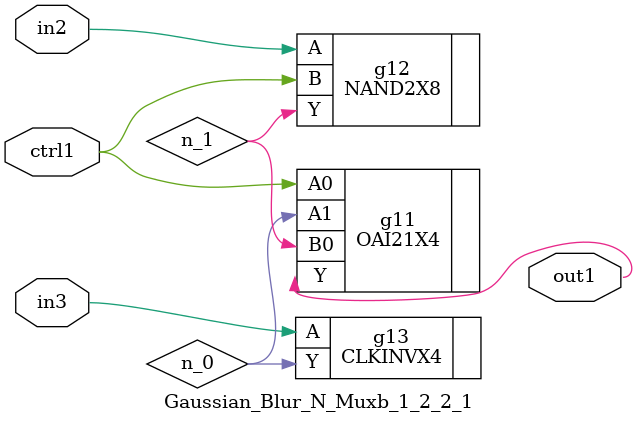
<source format=v>
`timescale 1ps / 1ps


module Gaussian_Blur_N_Muxb_1_2_2_1(in3, in2, ctrl1, out1);
  input in3, in2, ctrl1;
  output out1;
  wire in3, in2, ctrl1;
  wire out1;
  wire n_0, n_1;
  OAI21X4 g11(.A0 (ctrl1), .A1 (n_0), .B0 (n_1), .Y (out1));
  NAND2X8 g12(.A (in2), .B (ctrl1), .Y (n_1));
  CLKINVX4 g13(.A (in3), .Y (n_0));
endmodule


</source>
